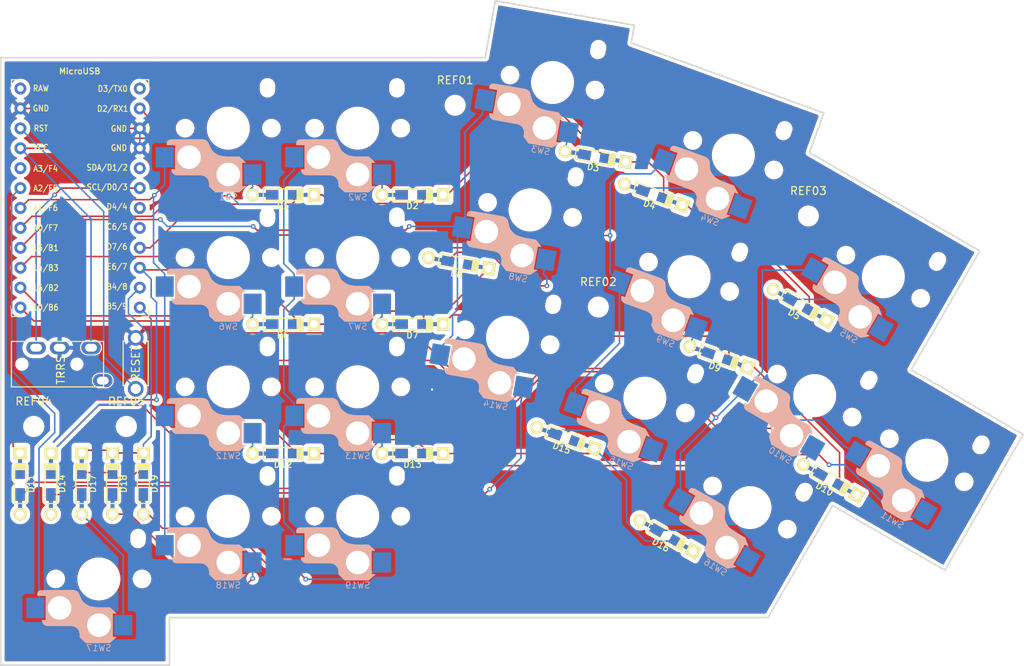
<source format=kicad_pcb>
(kicad_pcb (version 20241229) (generator "pcbnew") (generator_version "9.0")
  (layers (0 "F.Cu" signal) (2 "B.Cu" signal) (13 "F.Paste" user) (15 "B.Paste" user) (5 "F.SilkS" user "F.Silkscreen") (7 "B.SilkS" user "B.Silkscreen") (1 "F.Mask" user) (3 "B.Mask" user) (25 "Edge.Cuts" user))
  (net 0 "")
  (net 1 "col7")
  (net 2 "Net-(D11-A)")
  (net 3 "Net-(D1-A)")
  (net 4 "col2")
  (net 5 "col3")
  (net 6 "Net-(D2-A)")
  (net 7 "col4")
  (net 8 "Net-(D3-A)")
  (net 9 "Net-(D4-A)")
  (net 10 "col5")
  (net 11 "col6")
  (net 12 "Net-(D5-A)")
  (net 13 "Net-(D6-A)")
  (net 14 "Net-(D7-A)")
  (net 15 "Net-(D8-A)")
  (net 16 "Net-(D9-A)")
  (net 17 "Net-(D10-A)")
  (net 18 "Net-(D12-A)")
  (net 19 "Net-(D13-A)")
  (net 20 "Net-(D14-A)")
  (net 21 "Net-(D15-A)")
  (net 22 "Net-(D16-A)")
  (net 23 "Net-(D17-A)")
  (net 24 "col1")
  (net 25 "Net-(D18-A)")
  (net 26 "Net-(D19-A)")
  (net 27 "reset")
  (net 28 "GND")
  (net 29 "data")
  (net 30 "pwr")
  (net 31 "row3")
  (net 35 "row4")
  (net 37 "row1")
  (net 40 "row2")
  (footprint "footprint:keyswitch_choc12_hotswap_1u_rev" (layer "F.Cu") (at 121.7277 85.071)
    (property "Reference" "SW7")
    (property "Value" "SW_PUSH" (hide yes))
  )
  (footprint "footprint:keyswitch_choc12_hotswap_1u_rev" (layer "F.Cu") (at 140.829 95.2421 -10)
    (property "Reference" "SW14")
    (property "Value" "SW_PUSH" (hide yes))
  )
  (footprint "Keebio-Parts:Diode-dual" (layer "F.Cu") (at 112.2277 110.071)
    (property "Reference" "D12")
    (property "Value" "D" (hide yes))
  )
  (footprint "Keebio-Parts:Diode-dual" (layer "F.Cu") (at 112.2277 93.571)
    (property "Reference" "D6")
    (property "Value" "D" (hide yes))
  )
  (footprint "MountingHole:MountingHole_2.2mm_M2" (layer "F.Cu") (at 92.2277 106.621)
    (property "Reference" "REF05")
    (property "Value" "MountingHole_2.2mm_M2" (hide yes))
  )
  (footprint "footprint:keyswitch_choc12_hotswap_1u_rev" (layer "F.Cu") (at 121.7277 101.571)
    (property "Reference" "SW13")
    (property "Value" "SW_PUSH" (hide yes))
  )
  (footprint "footprint:keyswitch_choc12_hotswap_1u_rev" (layer "F.Cu") (at 146.5594 62.7435 -10)
    (property "Reference" "SW3")
    (property "Value" "SW_PUSH" (hide yes))
  )
  (footprint "footprint:ProMicro" (layer "F.Cu") (at 86.3363 77.989)
    (property "Reference" "U1" (hide yes))
    (property "Value" "ProMicro" (hide yes))
  )
  (footprint "footprint:keyswitch_choc12_hotswap_1u_rev" (layer "F.Cu") (at 121.7277 118.071)
    (property "Reference" "SW19")
    (property "Value" "SW_PUSH" (hide yes))
  )
  (footprint "footprint:keyswitch_choc12_hotswap_1u_rev" (layer "F.Cu") (at 88.7277 126.071)
    (property "Reference" "SW17")
    (property "Value" "SW_PUSH" (hide yes))
  )
  (footprint "footprint:keyswitch_choc12_hotswap_1u_rev" (layer "F.Cu") (at 171.7277 116.9685 -30)
    (property "Reference" "SW16")
    (property "Value" "SW_PUSH" (hide yes))
  )
  (footprint "MountingHole:MountingHole_2.2mm_M2" (layer "F.Cu") (at 80.4277 106.621)
    (property "Reference" "REF04")
    (property "Value" "MountingHole_2.2mm_M2" (hide yes))
  )
  (footprint "kbd:MJ-4PP-9" (layer "F.Cu") (at 77.4277 98.671 90)
    (property "Reference" "J1")
    (property "Value" "MJ-4PP-9" (hide yes))
  )
  (footprint "footprint:keyswitch_choc12_hotswap_1u_rev" (layer "F.Cu") (at 105.2277 68.571)
    (property "Reference" "SW1")
    (property "Value" "SW_PUSH" (hide yes))
  )
  (footprint "Keebio-Parts:Diode-dual" (layer "F.Cu") (at 152.0082 72.1924 -10)
    (property "Reference" "D3")
    (property "Value" "D" (hide yes))
  )
  (footprint "MountingHole:MountingHole_2.2mm_M2" (layer "F.Cu") (at 179.1691 79.7688)
    (property "Reference" "REF03")
    (property "Value" "MountingHole_2.2mm_M2" (hide yes))
  )
  (footprint "footprint:keyswitch_choc12_hotswap_1u_rev" (layer "F.Cu") (at 121.7277 68.571)
    (property "Reference" "SW2")
    (property "Value" "SW_PUSH" (hide yes))
  )
  (footprint "Keebio-Parts:Diode-dual" (layer "F.Cu") (at 82.6161 113.9 90)
    (property "Reference" "D14")
    (property "Value" "D" (hide yes))
  )
  (footprint "kbd:ResetSW" (layer "F.Cu") (at 93.4277 98.571 -90)
    (property "Reference" "SW20" (hide yes))
    (property "Value" "SW_PUSH")
  )
  (footprint "Keebio-Parts:Diode-dual" (layer "F.Cu") (at 159.4103 77.0336 -20)
    (property "Reference" "D4")
    (property "Value" "D" (hide yes))
  )
  (footprint "Keebio-Parts:Diode-dual" (layer "F.Cu") (at 90.472 113.9 90)
    (property "Reference" "D18")
    (property "Value" "D" (hide yes))
  )
  (footprint "Keebio-Parts:Diode-dual" (layer "F.Cu") (at 128.7277 93.571)
    (property "Reference" "D7")
    (property "Value" "D" (hide yes))
  )
  (footprint "footprint:keyswitch_choc12_hotswap_1u_rev" (layer "F.Cu") (at 105.2277 118.071)
    (property "Reference" "SW18")
    (property "Value" "SW_PUSH" (hide yes))
  )
  (footprint "Keebio-Parts:Diode-dual" (layer "F.Cu") (at 134.5852 85.7733 -10)
    (property "Reference" "D8")
    (property "Value" "D" (hide yes))
  )
  (footprint "footprint:keyswitch_choc12_hotswap_1u_rev" (layer "F.Cu") (at 163.9672 87.519 -20)
    (property "Reference" "SW9")
    (property "Value" "SW_PUSH" (hide yes))
  )
  (footprint "footprint:keyswitch_choc12_hotswap_1u_rev" (layer "F.Cu") (at 143.6942 78.9928 -10)
    (property "Reference" "SW8")
    (property "Value" "SW_PUSH" (hide yes))
  )
  (footprint "Keebio-Parts:Diode-dual" (layer "F.Cu") (at 94.4 113.9 90)
    (property "Reference" "D19")
    (property "Value" "D" (hide yes))
  )
  (footprint "Keebio-Parts:Diode-dual" (layer "F.Cu") (at 112.2277 77.071)
    (property "Reference" "D1")
    (property "Value" "D" (hide yes))
  )
  (footprint "footprint:keyswitch_choc12_hotswap_1u_rev" (layer "F.Cu") (at 194.2671 110.929 -30)
    (property "Reference" "SW11")
    (property "Value" "SW_PUSH" (hide yes))
  )
  (footprint "footprint:keyswitch_choc12_hotswap_1u_rev" (layer "F.Cu") (at 188.7277 87.5236 -30)
    (property "Reference" "SW5")
    (property "Value" "SW_PUSH" (hide yes))
  )
  (footprint "Keebio-Parts:Diode-dual" (layer "F.Cu") (at 167.7342 97.7286 -20)
    (property "Reference" "D9")
    (property "Value" "D" (hide yes))
  )
  (footprint "Keebio-Parts:Diode-dual" (layer "F.Cu") (at 161.0775 120.55 -30)
    (property "Reference" "D16")
    (property "Value" "D" (hide yes))
  )
  (footprint "Keebio-Parts:Diode-dual" (layer "F.Cu") (at 178.0775 91.1051 -30)
    (property "Reference" "D5")
    (property "Value" "D" (hide yes))
  )
  (footprint "Keebio-Parts:Diode-dual" (layer "F.Cu") (at 181.9349 113.424 -30)
    (property "Reference" "D10")
    (property "Value" "D" (hide yes))
  )
  (footprint "Keebio-Parts:Diode-dual" (layer "F.Cu") (at 78.6881 113.9 90)
    (property "Reference" "D11")
    (property "Value" "D" (hide yes))
  )
  (footprint "Keebio-Parts:Diode-dual" (layer "F.Cu") (at 128.7277 77.071)
    (property "Reference" "D2")
    (property "Value" "D" (hide yes))
  )
  (footprint "footprint:keyswitch_choc12_hotswap_1u_rev" (layer "F.Cu") (at 179.9777 102.679 -30)
    (property "Reference" "SW10")
    (property "Value" "SW_PUSH" (hide yes))
  )
  (footprint "MountingHole:MountingHole_2.2mm_M2" (layer "F.Cu") (at 152.3981 91.3806)
    (property "Reference" "REF02")
    (property "Value" "MountingHole_2.2mm_M2" (hide yes))
  )
  (footprint "Keebio-Parts:Diode-dual" (layer "F.Cu") (at 128.7277 110.071)
    (property "Reference" "D13")
    (property "Value" "D" (hide yes))
  )
  (footprint "footprint:keyswitch_choc12_hotswap_1u_rev" (layer "F.Cu") (at 169.6105 72.014 -20)
    (property "Reference" "SW4")
    (property "Value" "SW_PUSH" (hide yes))
  )
  (footprint "footprint:keyswitch_choc12_hotswap_1u_rev" (layer "F.Cu") (at 105.2277 85.071)
    (property "Reference" "SW6")
    (property "Value" "SW_PUSH" (hide yes))
  )
  (footprint "Keebio-Parts:Diode-dual" (layer "F.Cu") (at 86.544 113.9 90)
    (property "Reference" "D17")
    (property "Value" "D" (hide yes))
  )
  (footprint "footprint:keyswitch_choc12_hotswap_1u_rev" (layer "F.Cu") (at 158.3239 103.0239 -20)
    (property "Reference" "SW15")
    (property "Value" "SW_PUSH" (hide yes))
  )
  (footprint "footprint:keyswitch_choc12_hotswap_1u_rev" (layer "F.Cu") (at 105.2277 101.571)
    (property "Reference" "SW12")
    (property "Value" "SW_PUSH" (hide yes))
  )
  (footprint "Keebio-Parts:Diode-dual" (layer "F.Cu") (at 148.2176 108.0776 -20)
    (property "Reference" "D15")
    (property "Value" "D" (hide yes))
  )
  (footprint "MountingHole:MountingHole_2.2mm_M2" (layer "F.Cu") (at 134.1436 65.6472)
    (property "Reference" "REF01")
    (property "Value" "MountingHole_2.2mm_M2" (hide yes))
  )
  (gr_line (start 76.227723 59.570997) (end 76.227722 137.070997) (stroke (width 0.2)) (layer "Edge.Cuts"))
  (gr_line (start 179.305568 71.691406) (end 181.145957 66.634978) (stroke (width 0.2)) (layer "Edge.Cuts"))
  (gr_line (start 196.56137 124.955318) (end 206.56137 107.63481) (stroke (width 0.2)) (layer "Edge.Cuts"))
  (gr_line (start 174.021951 130.994737) (end 182.27195 116.705318) (stroke (width 0.2)) (layer "Edge.Cuts"))
  (gr_line (start 76.227722 137.070997) (end 97.727722 137.070997) (stroke (width 0.2)) (layer "Edge.Cuts"))
  (gr_line (start 137.979968 59.570997) (end 96.227722 59.570998) (stroke (width 0.2)) (layer "Edge.Cuts"))
  (gr_line (start 96.227722 59.570998) (end 76.227723 59.570997) (stroke (width 0.2)) (layer "Edge.Cuts"))
  (gr_line (start 192.271951 99.38481) (end 201.02195 84.229365) (stroke (width 0.2)) (layer "Edge.Cuts"))
  (gr_line (start 156.985515 55.443053) (end 139.258975 52.317386) (stroke (width 0.2)) (layer "Edge.Cuts"))
  (gr_line (start 206.56137 107.63481) (end 192.271951 99.38481) (stroke (width 0.2)) (layer "Edge.Cuts"))
  (gr_line (start 182.27195 116.705318) (end 196.56137 124.955318) (stroke (width 0.2)) (layer "Edge.Cuts"))
  (gr_line (start 156.588142 57.696665) (end 156.985515 55.443053) (stroke (width 0.2)) (layer "Edge.Cuts"))
  (gr_line (start 181.145957 66.634978) (end 156.588142 57.696665) (stroke (width 0.2)) (layer "Edge.Cuts"))
  (gr_line (start 201.02195 84.229365) (end 179.305568 71.691406) (stroke (width 0.2)) (layer "Edge.Cuts"))
  (gr_line (start 174.021951 130.994737) (end 97.727722 130.994744) (stroke (width 0.2)) (layer "Edge.Cuts"))
  (gr_line (start 139.258975 52.317386) (end 137.979968 59.570997) (stroke (width 0.2)) (layer "Edge.Cuts"))
  (gr_line (start 97.727722 137.070997) (end 97.727722 130.994744) (stroke (width 0.2)) (layer "Edge.Cuts"))
  (segment (start 160.3438 99.6303) (end 167.5699 106.8564) (width 0.2) (layer "F.Cu") (net 1))
  (segment (start 141.821 103.5511) (end 137.0687 103.5511) (width 0.2) (layer "F.Cu") (net 1))
  (segment (start 137.0687 103.5511) (end 131.7176 98.2) (width 0.2) (layer "F.Cu") (net 1))
  (segment (start 142.0564 103.3157) (end 142.2227 103.1494) (width 0.2) (layer "F.Cu") (net 1))
  (segment (start 145.7418 99.6303) (end 160.3438 99.6303) (width 0.2) (layer "F.Cu") (net 1))
  (segment (start 100.9609 93.1627) (end 80.4394 93.1627) (width 0.2) (layer "F.Cu") (net 1))
  (segment (start 80.4394 93.1627) (end 78.7277 91.451) (width 0.2) (layer "F.Cu") (net 1))
  (segment (start 167.5699 106.8564) (end 174.6533 106.8564) (width 0.2) (layer "F.Cu") (net 1))
  (segment (start 142.0564 103.3157) (end 142.2227 103.1494) (width 0.2) (layer "F.Cu") (net 1))
  (segment (start 142.0564 103.3157) (end 141.821 103.5511) (width 0.2) (layer "F.Cu") (net 1))
  (segment (start 142.2227 103.1494) (end 145.7418 99.6303) (width 0.2) (layer "F.Cu") (net 1))
  (segment (start 131.7176 98.2) (end 105.9982 98.2) (width 0.2) (layer "F.Cu") (net 1))
  (segment (start 105.9982 98.2) (end 100.9609 93.1627) (width 0.2) (layer "F.Cu") (net 1))
  (via (at 174.6533 106.8564) (size 0.6) (drill 0.3) (layers "F.Cu" "B.Cu") (net 1))
  (segment (start 185.4023 110.0833) (end 183.7734 109.1429) (width 0.2) (layer "B.Cu") (net 1))
  (segment (start 180.4305 105.8) (end 175.7097 105.8) (width 0.2) (layer "B.Cu") (net 1))
  (segment (start 183.7734 109.1429) (end 180.4305 105.8) (width 0.2) (layer "B.Cu") (net 1))
  (segment (start 175.7097 105.8) (end 174.6533 106.8564) (width 0.2) (layer "B.Cu") (net 1))
  (segment (start 101.0849 113.7434) (end 101.863501 114.522001) (width 0.2) (layer "F.Cu") (net 2))
  (segment (start 167.4423 111.6193) (end 131.3 111.6193) (width 0.2) (layer "F.Cu") (net 2))
  (segment (start 101.863501 114.522001) (end 128.397299 114.522001) (width 0.2) (layer "F.Cu") (net 2))
  (segment (start 168.8524 110.2092) (end 167.4423 111.6193) (width 0.2) (layer "F.Cu") (net 2))
  (segment (start 80.5566 113.7434) (end 79 115.3) (width 0.2) (layer "F.Cu") (net 2))
  (segment (start 78.6881 115.2119) (end 78.6881 115.3) (width 0.2) (layer "F.Cu") (net 2))
  (segment (start 128.397299 114.522001) (end 131.3 111.6193) (width 0.2) (layer "F.Cu") (net 2))
  (segment (start 101.0849 113.7434) (end 80.5566 113.7434) (width 0.2) (layer "F.Cu") (net 2))
  (segment (start 181.8 111.5) (end 180.5092 110.2092) (width 0.2) (layer "F.Cu") (net 2))
  (segment (start 180.5092 110.2092) (end 168.8524 110.2092) (width 0.2) (layer "F.Cu") (net 2))
  (segment (start 79 115.3) (end 78.6881 115.3) (width 0.2) (layer "F.Cu") (net 2))
  (via (at 181.8 111.5) (size 0.6) (drill 0.3) (layers "F.Cu" "B.Cu") (net 2))
  (segment (start 181.8 111.5) (end 183.8064 111.5) (width 0.2) (layer "B.Cu") (net 2))
  (segment (start 193.4685 118.1218) (end 194.0018 117.5885) (width 0.2) (layer "B.Cu") (net 2))
  (segment (start 183.8064 111.5) (end 190.4282 118.1218) (width 0.2) (layer "B.Cu") (net 2))
  (segment (start 190.4282 118.1218) (end 193.4685 118.1218) (width 0.2) (layer "B.Cu") (net 2))
  (segment (start 108.3277 77.071) (end 109.7277 77.071) (width 0.2) (layer "F.Cu") (net 3))
  (segment (start 110.8277 77.071) (end 109.7277 77.071) (width 0.2) (layer "F.Cu") (net 3))
  (segment (start 108.3277 77.071) (end 107.976 77.071) (width 0.2) (layer "B.Cu") (net 3))
  (segment (start 108.3277 74.471) (end 108.3277 76.0727) (width 0.2) (layer "B.Cu") (net 3))
  (segment (start 108.3277 76.0727) (end 107.976 76.4244) (width 0.2) (layer "B.Cu") (net 3))
  (segment (start 110.8277 77.071) (end 109.7277 77.071) (width 0.2) (layer "B.Cu") (net 3))
  (segment (start 109.7277 77.071) (end 108.3277 77.071) (width 0.2) (layer "B.Cu") (net 3))
  (segment (start 107.976 76.4244) (end 107.976 77.071) (width 0.2) (layer "B.Cu") (net 3))
  (segment (start 79.7914 77.6873) (end 95.2311 77.6873) (width 0.2) (layer "F.Cu") (net 4))
  (segment (start 95.2311 77.6873) (end 95.8022 77.1162) (width 0.2) (layer "F.Cu") (net 4))
  (segment (start 78.7277 78.751) (end 79.7914 77.6873) (width 0.2) (layer "F.Cu") (net 4))
  (via (at 95.8022 77.1162) (size 0.6) (drill 0.3) (layers "F.Cu" "B.Cu") (net 4))
  (segment (start 95.8022 77.1162) (end 95.7007 77.2177) (width 0.2) (layer "B.Cu") (net 4))
  (segment (start 97.1277 88.771) (end 97.1277 105.271) (width 0.2) (layer "B.Cu") (net 4))
  (segment (start 97.1277 88.771) (end 97.1277 87.1693) (width 0.2) (layer "B.Cu") (net 4))
  (segment (start 95.7007 77.2177) (end 95.7007 85.7423) (width 0.2) (layer "B.Cu") (net 4))
  (segment (start 97.1277 75.7907) (end 97.1277 72.271) (width 0.2) (layer "B.Cu") (net 4))
  (segment (start 95.8022 77.1162) (end 97.1277 75.7907) (width 0.2) (layer "B.Cu") (net 4))
  (segment (start 97.1277 105.271) (end 97.1277 121.771) (width 0.2) (layer "B.Cu") (net 4))
  (segment (start 95.7007 85.7423) (end 97.1277 87.1693) (width 0.2) (layer "B.Cu") (net 4))
  (segment (start 98.1124 77.1876) (end 95.4853 79.8147) (width 0.2) (layer "F.Cu") (net 5))
  (segment (start 105.3 77.1876) (end 98.1124 77.1876) (width 0.2) (layer "F.Cu") (net 5))
  (segment (start 95.4853 79.8147) (end 80.204 79.8147) (width 0.2) (layer "F.Cu") (net 5))
  (segment (start 80.204 79.8147) (end 78.7277 81.291) (width 0.2) (layer "F.Cu") (net 5))
  (via (at 105.3 77.1876) (size 0.6) (drill 0.3) (layers "F.Cu" "B.Cu") (net 5))
  (segment (start 105.4876 77.1876) (end 106.6 78.3) (width 0.2) (layer "B.Cu") (net 5))
  (segment (start 112.3 75.2004) (end 113.6277 73.8727) (width 0.2) (layer "B.Cu") (net 5))
  (segment (start 113.6277 105.271) (end 112.3 106.5987) (width 0.2) (layer "B.Cu") (net 5))
  (segment (start 113.6277 103.6693) (end 113.6277 105.271) (width 0.2) (layer "B.Cu") (net 5))
  (segment (start 112.3 85.8416) (end 113.6277 87.1693) (width 0.2) (layer "B.Cu") (net 5))
  (segment (start 112.3 106.5987) (end 112.3 118.8416) (width 0.2) (layer "B.Cu") (net 5))
  (segment (start 112.3 78.3) (end 112.3 85.8416) (width 0.2) (layer "B.Cu") (net 5))
  (segment (start 112.3 102.3416) (end 112.3 91.7004) (width 0.2) (layer "B.Cu") (net 5))
  (segment (start 112.3 91.7004) (end 113.6277 90.3727) (width 0.2) (layer "B.Cu") (net 5))
  (segment (start 106.6 78.3) (end 112.3 78.3) (width 0.2) (layer "B.Cu") (net 5))
  (segment (start 112.3 118.8416) (end 113.6277 120.1693) (width 0.2) (layer "B.Cu") (net 5))
  (segment (start 112.3 102.3416) (end 113.6277 103.6693) (width 0.2) (layer "B.Cu") (net 5))
  (segment (start 113.6277 90.3727) (end 113.6277 88.771) (width 0.2) (layer "B.Cu") (net 5))
  (segment (start 112.3 78.3) (end 112.3 75.2004) (width 0.2) (layer "B.Cu") (net 5))
  (segment (start 113.6277 73.8727) (end 113.6277 72.271) (width 0.2) (layer "B.Cu") (net 5))
  (segment (start 113.6277 120.1693) (end 113.6277 121.771) (width 0.2) (layer "B.Cu") (net 5))
  (segment (start 113.6277 87.1693) (end 113.6277 88.771) (width 0.2) (layer "B.Cu") (net 5))
  (segment (start 105.3 77.1876) (end 105.4876 77.1876) (width 0.2) (layer "B.Cu") (net 5))
  (segment (start 126.2277 77.071) (end 127.3277 77.071) (width 0.2) (layer "F.Cu") (net 6))
  (segment (start 124.8277 77.071) (end 126.2277 77.071) (width 0.2) (layer "F.Cu") (net 6))
  (segment (start 127.3277 77.071) (end 126.2277 77.071) (width 0.2) (layer "B.Cu") (net 6))
  (segment (start 126.2277 77.071) (end 124.8277 77.071) (width 0.2) (layer "B.Cu") (net 6))
  (segment (start 124.8277 74.471) (end 124.8277 77.071) (width 0.2) (layer "B.Cu") (net 6))
  (segment (start 127.8194 81.5806) (end 108.8806 81.5806) (width 0.2) (layer "F.Cu") (net 7))
  (segment (start 96.0285 80.2237) (end 96.0249 80.2273) (width 0.2) (layer "F.Cu") (net 7))
  (segment (start 108.8806 81.5806) (end 108.4 81.1) (width 0.2) (layer "F.Cu") (net 7))
  (segment (start 128.3 81.1) (end 127.8194 81.5806) (width 0.2) (layer "F.Cu") (net 7))
  (segment (start 96.5763 80.2237) (end 96.0285 80.2237) (width 0.2) (layer "F.Cu") (net 7))
  (segment (start 96.0249 80.2273) (end 82.3314 80.2273) (width 0.2) (layer "F.Cu") (net 7))
  (segment (start 82.3314 80.2273) (end 78.7277 83.831) (width 0.2) (layer "F.Cu") (net 7))
  (via (at 108.4 81.1) (size 0.6) (drill 0.3) (layers "F.Cu" "B.Cu") (net 7))
  (via (at 128.3 81.1) (size 0.6) (drill 0.3) (layers "F.Cu" "B.Cu") (net 7))
  (via (at 96.5763 80.2237) (size 0.6) (drill 0.3) (layers "F.Cu" "B.Cu") (net 7))
  (segment (start 97.4526 81.1) (end 96.5763 80.2237) (width 0.2) (layer "B.Cu") (net 7))
  (segment (start 135.3973 79.4005) (end 135.3973 69.0304) (width 0.2) (layer "B.Cu") (net 7))
  (segment (start 134.4377 91.761) (end 133.8201 92.3786) (width 0.2) (layer "B.Cu") (net 7))
  (segment (start 108.4 81.1) (end 97.4526 81.1) (width 0.2) (layer "B.Cu") (net 7))
  (segment (start 133.8201 92.3786) (end 133.8201 94.9799) (width 0.2) (layer "B.Cu") (net 7))
  (segment (start 134.4377 81.867097) (end 134.4377 91.761) (width 0.2) (layer "B.Cu") (net 7))
  (segment (start 134.944721 81.1) (end 135.074759 81.230038) (width 0.2) (layer "B.Cu") (net 7))
  (segment (start 132.209559 96.590441) (end 132.209559 97.479338) (width 0.2) (layer "B.Cu") (net 7))
  (segment (start 137.94 64.9807) (end 137.6175 66.8103) (width 0.2) (layer "B.Cu") (net 7))
  (segment (start 135.3973 80.907497) (end 135.3973 79.4005) (width 0.2) (layer "B.Cu") (net 7))
  (segment (start 135.3973 69.0304) (end 137.6174 66.8103) (width 0.2) (layer "B.Cu") (net 7))
  (segment (start 137.6174 66.8103) (end 137.6175 66.8103) (width 0.2) (layer "B.Cu") (net 7))
  (segment (start 128.3 81.1) (end 134.944721 81.1) (width 0.2) (layer "B.Cu") (net 7))
  (segment (start 133.8201 94.9799) (end 132.209559 96.590441) (width 0.2) (layer "B.Cu") (net 7))
  (segment (start 149.3031 71.5152) (end 149.5462 71.7583) (width 0.2) (layer "F.Cu") (net 8))
  (segment (start 150.6295 71.9493) (end 149.7372 71.9493) (width 0.2) (layer "F.Cu") (net 8))
  (segment (start 149.7372 71.9493) (end 149.5462 71.7583) (width 0.2) (layer "F.Cu") (net 8))
  (segment (start 148.1674 71.5152) (end 149.3031 71.5152) (width 0.2) (layer "F.Cu") (net 8))
  (segment (start 148.1674 71.5152) (end 148.1674 71.4372) (width 0.2) (layer "B.Cu") (net 8))
  (segment (start 148.1674 71.4372) (end 148.1674 71.0195) (width 0.2) (layer "B.Cu") (net 8))
  (segment (start 148.1674 71.0195) (end 148.2652 70.9217) (width 0.2) (layer "B.Cu") (net 8))
  (segment (start 147.7252 71.4372) (end 148.1674 71.4372) (width 0.2) (layer "B.Cu") (net 8))
  (segment (start 148.5878 69.0922) (end 148.2653 70.9217) (width 0.2) (layer "B.Cu") (net 8))
  (segment (start 149.5462 71.7583) (end 147.7252 71.4373) (width 0.2) (layer "B.Cu") (net 8))
  (segment (start 147.7252 71.4373) (end 147.7252 71.4372) (width 0.2) (layer "B.Cu") (net 8))
  (segment (start 148.2652 70.9217) (end 148.2653 70.9217) (width 0.2) (layer "B.Cu") (net 8))
  (segment (start 149.7372 71.9493) (end 149.5462 71.7583) (width 0.2) (layer "B.Cu") (net 8))
  (segment (start 150.6295 71.9493) (end 149.7372 71.9493) (width 0.2) (layer "B.Cu") (net 8))
  (segment (start 157.7184 76.1785) (end 158.0947 76.5548) (width 0.2) (layer "F.Cu") (net 9))
  (segment (start 157.0611 76.1785) (end 157.7184 76.1785) (width 0.2) (layer "F.Cu") (net 9))
  (segment (start 168.5 75.3) (end 170.505627 77.305627) (width 0.2) (layer "B.Cu") (net 9))
  (segment (start 170.505627 77.305627) (end 170.505627 78.618448) (width 0.2) (layer "B.Cu") (net 9))
  (segment (start 165 76.2) (end 165.9 75.3) (width 0.2) (layer "B.Cu") (net 9))
  (segment (start 165.9 75.3) (end 168.5 75.3) (width 0.2) (layer "B.Cu") (net 9))
  (segment (start 158.449501 76.2) (end 165 76.2) (width 0.2) (layer "B.Cu") (net 9))
  (segment (start 157.7184 76.1785) (end 157.0611 76.1785) (width 0.2) (layer "B.Cu") (net 9))
  (segment (start 158.0947 76.5548) (end 157.7184 76.1785) (width 0.2) (layer "B.Cu") (net 9))
  (segment (start 158.09473 76.554771) (end 158.449501 76.2) (width 0.2) (layer "B.Cu") (net 9))
  (segment (start 80.1565 84.9422) (end 78.7277 86.371) (width 0.2) (layer "F.Cu") (net 10))
  (segment (start 100.473 82.2) (end 97.7308 84.9422) (width 0.2) (layer "F.Cu") (net 10))
  (segment (start 139.1041 83.8268) (end 133.2024 83.8268) (width 0.2) (layer "F.Cu") (net 10))
  (segment (start 97.7308 84.9422) (end 80.1565 84.9422) (width 0.2) (layer "F.Cu") (net 10))
  (segment (start 140.6744 82.2565) (end 139.1041 83.8268) (width 0.2) (layer "F.Cu") (net 10))
  (segment (start 131.5756 82.2) (end 100.473 82.2) (width 0.2) (layer "F.Cu") (net 10))
  (segment (start 133.2024 83.8268) (end 131.5756 82.2) (width 0.2) (layer "F.Cu") (net 10))
  (segment (start 153.9 82.2565) (end 140.6744 82.2565) (width 0.2) (layer "F.Cu") (net 10))
  (via (at 153.9 82.2565) (size 0.6) (drill 0.3) (layers "F.Cu" "B.Cu") (net 10))
  (segment (start 153.9 82.2565) (end 153.9 87.035286) (width 0.2) (layer "B.Cu") (net 10))
  (segment (start 153.9 75.6) (end 153.9 82.2565) (width 0.2) (layer "B.Cu") (net 10))
  (segment (start 153.9 75.6) (end 155.1 74.4) (width 0.2) (layer "B.Cu") (net 10))
  (segment (start 153.9 87.035286) (end 155.090215 88.225501) (width 0.2) (layer "B.Cu") (net 10))
  (segment (start 159.1 74.4) (end 160.7335 72.7665) (width 0.2) (layer "B.Cu") (net 10))
  (segment (start 160.7335 72.7665) (end 160.7335 72.7205) (width 0.2) (layer "B.Cu") (net 10))
  (segment (start 155.1 74.4) (end 159.1 74.4) (width 0.2) (layer "B.Cu") (net 10))
  (segment (start 149.446915 101.653085) (end 149.446915 103.730401) (width 0.2) (layer "B.Cu") (net 10))
  (segment (start 155.090215 96.009785) (end 149.446915 101.653085) (width 0.2) (layer "B.Cu") (net 10))
  (segment (start 155.090215 88.225501) (end 155.090215 96.009785) (width 0.2) (layer "B.Cu") (net 10))
  (segment (start 101.1516 92.5147) (end 82.3314 92.5147) (width 0.2) (layer "F.Cu") (net 11))
  (segment (start 128.9708 94.6852) (end 103.3221 94.6852) (width 0.2) (layer "F.Cu") (net 11))
  (segment (start 141.4545 103.1494) (end 137.435 103.1494) (width 0.2) (layer "F.Cu") (net 11))
  (segment (start 103.3221 94.6852) (end 101.1516 92.5147) (width 0.2) (layer "F.Cu") (net 11))
  (segment (start 161.1286 99.2286) (end 145.3753 99.2286) (width 0.2) (layer "F.Cu") (net 11))
  (segment (start 82.3314 92.5147) (end 78.7277 88.911) (width 0.2) (layer "F.Cu") (net 11))
  (segment (start 145.3753 99.2286) (end 141.4545 103.1494) (width 0.2) (layer "F.Cu") (net 11))
  (segment (start 167.4 105.5) (end 161.1286 99.2286) (width 0.2) (layer "F.Cu") (net 11))
  (segment (start 137.435 103.1494) (end 128.9708 94.6852) (width 0.2) (layer "F.Cu") (net 11))
  (via (at 167.4 105.5) (size 0.6) (drill 0.3) (layers "F.Cu" "B.Cu") (net 11))
  (segment (start 167.4 105.5) (end 171.066705 101.833295) (width 0.2) (layer "B.Cu") (net 11))
  (segment (start 167.4 105.5) (end 162.862894 110.037106) (width 0.2) (layer "B.Cu") (net 11))
  (segment (start 179.862894 86.677895) (end 173.322105 86.677895) (width 0.2) (layer "B.Cu") (net 11))
  (segment (start 162.862894 110.037106) (end 162.862894 116.122795) (width 0.2) (layer "B.Cu") (net 11))
  (segment (start 171.066705 101.833295) (end 171.112894 101.833295) (width 0.2) (layer "B.Cu") (net 11))
  (segment (start 173.322105 86.677895) (end 173.3 86.7) (width 0.2) (layer "B.Cu") (net 11))
  (segment (start 173.3 99.646189) (end 171.112894 101.833295) (width 0.2) (layer "B.Cu") (net 11))
  (segment (start 173.3 86.7) (end 173.3 99.646189) (width 0.2) (layer "B.Cu") (net 11))
  (segment (start 175.2124 89.1551) (end 175.9124 89.8551) (width 0.2) (layer "F.Cu") (net 12))
  (segment (start 176.8651 90.4051) (end 176.4624 90.4051) (width 0.2) (layer "F.Cu") (net 12))
  (segment (start 174.7 89.1551) (end 175.2124 89.1551) (width 0.2) (layer "F.Cu") (net 12))
  (segment (start 176.4624 90.4051) (end 175.9124 89.8551) (width 0.2) (layer "F.Cu") (net 12))
  (segment (start 186.9051 90.4051) (end 188.46238 91.96238) (width 0.2) (layer "B.Cu") (net 12))
  (segment (start 175.9124 89.8551) (end 176.3151 89.8551) (width 0.2) (layer "B.Cu") (net 12))
  (segment (start 176.865064 90.4051) (end 186.9051 90.4051) (width 0.2) (layer "B.Cu") (net 12))
  (segment (start 188.46238 91.96238) (end 188.46238 94.18315) (width 0.2) (layer "B.Cu") (net 12))
  (segment (start 188.4624 94.1831) (end 187.9475 94.698) (width 0.2) (layer "B.Cu") (net 12))
  (segment (start 175.2124 89.1551) (end 175.9124 89.8551) (width 0.2) (layer "B.Cu") (net 12))
  (segment (start 176.3151 89.8551) (end 176.8651 90.4051) (width 0.2) (layer "B.Cu") (net 12))
  (segment (start 174.7 89.1551) (end 175.2124 89.1551) (width 0.2) (layer "B.Cu") (net 12))
  (segment (start 108.3277 93.571) (end 109.7277 93.571) (width 0.2) (layer "F.Cu") (net 13))
  (segment (start 110.8277 93.571) (end 109.7277 93.571) (width 0.2) (layer "F.Cu") (net 13))
  (segment (start 108.3277 90.971) (end 108.3277 92.5727) (width 0.2) (layer "B.Cu") (net 13))
  (segment (start 109.7277 93.571) (end 108.3277 93.571) (width 0.2) (layer "B.Cu") (net 13))
  (segment (start 108.3277 93.571) (end 107.976 93.571) (width 0.2) (layer "B.Cu") (net 13))
  (segment (start 108.3277 92.5727) (end 107.976 92.9244) (width 0.2) (layer "B.Cu") (net 13))
  (segment (start 109.7277 93.571) (end 110.8277 93.571) (width 0.2) (layer "B.Cu") (net 13))
  (segment (start 107.976 92.9244) (end 107.976 93.571) (width 0.2) (layer "B.Cu") (net 13))
  (segment (start 124.8277 93.571) (end 126.2277 93.571) (width 0.2) (layer "F.Cu") (net 14))
  (segment (start 126.2277 93.571) (end 127.3277 93.571) (width 0.2) (layer "F.Cu") (net 14))
  (segment (start 126.2277 93.571) (end 124.8277 93.571) (width 0.2) (layer "B.Cu") (net 14))
  (segment (start 124.8277 92.5727) (end 124.476 92.9244) (width 0.2) (layer "B.Cu") (net 14))
  (segment (start 124.476 92.9244) (end 124.476 93.571) (width 0.2) (layer "B.Cu") (net 14))
  (segment (start 124.8277 93.571) (end 124.476 93.571) (width 0.2) (layer "B.Cu") (net 14))
  (segment (start 127.3277 93.571) (end 126.2277 93.571) (width 0.2) (layer "B.Cu") (net 14))
  (segment (start 124.8277 90.971) (end 124.8277 92.5727) (width 0.2) (layer "B.Cu") (net 14))
  (segment (start 132.3142 85.5302) (end 132.1232 85.3392) (width 0.2) (layer "F.Cu") (net 15))
  (segment (start 133.2065 85.5302) (end 132.3142 85.5302) (width 0.2) (layer "F.Cu") (net 15))
  (segment (start 132.1232 85.3392) (end 130.9875 85.3392) (width 0.2) (layer "F.Cu") (net 15))
  (segment (start 134.33666 84.4) (end 138.4409 84.4) (width 0.2) (layer "F.Cu") (net 15))
  (segment (start 133.206469 85.530191) (end 134.33666 84.4) (width 0.2) (layer "F.Cu") (net 15))
  (segment (start 130.9875 85.3392) (end 130.7444 85.0961) (width 0.2) (layer "F.Cu") (net 15))
  (segment (start 142.7255 88.6846) (end 145.8452 88.6846) (width 0.2) (layer "F.Cu") (net 15))
  (segment (start 138.4409 84.4) (end 142.7255 88.6846) (width 0.2) (layer "F.Cu") (net 15))
  (via (at 145.8452 88.6846) (size 0.6) (drill 0.3) (layers "F.Cu" "B.Cu") (net 15))
  (segment (start 145.8452 87.6161) (end 145.4001 87.171) (width 0.2) (layer "B.Cu") (net 15))
  (segment (start 132.1232 85.3392) (end 133.0155 85.3392) (width 0.2) (layer "B.Cu") (net 15))
  (segment (start 145.7226 85.3415) (end 145.4001 87.171) (width 0.2) (layer "B.Cu") (net 15))
  (segment (start 145.8452 88.6846) (end 145.8452 87.6161) (width 0.2) (layer "B.Cu") (net 15))
  (segment (start 133.0155 85.3392) (end 133.2065 85.5302) (width 0.2) (layer "B.Cu") (net 15))
  (segment (start 166.4186 97.2498) (end 166.0423 96.8735) (width 0.2) (layer "F.Cu") (net 16))
  (segment (start 165.385 96.8735) (end 164.5482 96.8735) (width 0.2) (layer "F.Cu") (net 16))
  (segment (start 166.0423 96.8735) (end 165.385 96.8735) (width 0.2) (layer "F.Cu") (net 16))
  (segment (start 164.5482 96.8735) (end 164.0694 96.3947) (width 0.2) (layer "F.Cu") (net 16))
  (segment (start 166.4186 97.2498) (end 165.7613 97.2498) (width 0.2) (layer "B.Cu") (net 16))
  (segment (start 163.5501 96.2056) (end 163.6305 96.1252) (width 0.2) (layer "B.Cu") (net 16))
  (segment (start 164.1338 96.3303) (end 164.1338 96.1252) (width 0.2) (layer "B.Cu") (net 16))
  (segment (start 165.7613 97.2498) (end 165.385 96.8735) (width 0.2) (layer "B.Cu") (net 16))
  (segment (start 163.5501 96.2057) (end 163.5501 96.2056) (width 0.2) (layer "B.Cu") (net 16))
  (segment (start 164.8623 94.1234) (end 164.1338 96.1252) (width 0.2) (layer "B.Cu") (net 16))
  (segment (start 165.385 96.8735) (end 163.5501 96.2057) (width 0.2) (layer "B.Cu") (net 16))
  (segment (start 163.6305 96.1252) (end 164.1338 96.1252) (width 0.2) (layer "B.Cu") (net 16))
  (segment (start 164.0694 96.3947) (end 164.1338 96.3303) (width 0.2) (layer "B.Cu") (net 16))
  (segment (start 179.7124 109.3385) (end 178.7169 111.0626) (width 0.2) (layer "B.Cu") (net 17))
  (segment (start 178.8136 111.2178) (end 179.7698 112.174) (width 0.2) (layer "B.Cu") (net 17))
  (segment (start 180.7225 112.724) (end 180.3198 112.724) (width 0.2) (layer "B.Cu") (net 17))
  (segment (start 178.8136 111.1593) (end 178.7169 111.0626) (width 0.2) (layer "B.Cu") (net 17))
  (segment (start 180.3198 112.724) (end 179.7698 112.174) (width 0.2) (layer "B.Cu") (net 17))
  (segment (start 178.8136 111.2178) (end 178.8136 111.1593) (width 0.2) (layer "B.Cu") (net 17))
  (segment (start 178.5574 111.474) (end 178.8136 111.2178) (width 0.2) (layer "B.Cu") (net 17))
  (segment (start 108.3277 110.071) (end 109.7277 110.071) (width 0.2) (layer "F.Cu") (net 18))
  (segment (start 110.8277 110.071) (end 109.7277 110.071) (width 0.2) (layer "F.Cu") (net 18))
  (segment (start 109.7277 110.071) (end 108.3277 110.071) (width 0.2) (layer "B.Cu") (net 18))
  (segment (start 108.3277 110.071) (end 107.976 110.071) (width 0.2) (layer "B.Cu") (net 18))
  (segment (start 108.3277 107.471) (end 108.3277 109.0727) (width 0.2) (layer "B.Cu") (net 18))
  (segment (start 109.7277 110.071) (end 110.8277 110.071) (width 0.2) (layer "B.Cu") (net 18))
  (segment (start 107.976 109.4244) (end 107.976 110.071) (width 0.2) (layer "B.Cu") (net 18))
  (segment (start 108.3277 109.0727) (end 107.976 109.4244) (width 0.2) (layer "B.Cu") (net 18))
  (segment (start 124.8277 110.071) (end 126.2277 110.071) (width 0.2) (layer "F.Cu") (net 19))
  (segment (start 127.3277 110.071) (end 126.2277 110.071) (width 0.2) (layer "F.Cu") (net 19))
  (segment (start 126.2277 110.071) (end 124.8277 110.071) (width 0.2) (layer "B.Cu") (net 19))
  (segment (start 124.476 109.4244) (end 124.476 110.071) (width 0.2) (layer "B.Cu") (net 19))
  (segment (start 127.3277 110.071) (end 126.2277 110.071) (width 0.2) (layer "B.Cu") (net 19))
  (segment (start 124.8277 109.0727) (end 124.476 109.4244) (width 0.2) (layer "B.Cu") (net 19))
  (segment (start 124.8277 107.471) (end 124.8277 109.0727) (width 0.2) (layer "B.Cu") (net 19))
  (segment (start 124.8277 110.071) (end 124.476 110.071) (width 0.2) (layer "B.Cu") (net 19))
  (segment (start 84.6891 115.3) (end 82.6161 115.3) (width 0.2) (layer "F.Cu") (net 20))
  (segment (start 138.5522 114.6229) (end 138.0751 115.1) (width 0.2) (layer "F.Cu") (net 20))
  (segment (start 101.1 115.1) (end 100.1951 114.1951) (width 0.2) (layer "F.Cu") (net 20))
  (segment (start 82.6161 115.3) (end 82.6161 116.4) (width 0.2) (layer "F.Cu") (net 20))
  (segment (start 82.6161 117.8) (end 82.6161 116.4) (width 0.2) (layer "F.Cu") (net 20))
  (segment (start 138.0751 115.1) (end 101.1 115.1) (width 0.2) (layer "F.Cu") (net 20))
  (segment (start 100.1951 114.1951) (end 85.794 114.1951) (width 0.2) (layer "F.Cu") (net 20))
  (segment (start 85.794 114.1951) (end 84.6891 115.3) (width 0.2) (layer "F.Cu") (net 20))
  (via (at 138.5522 114.6229) (size 0.6) (drill 0.3) (layers "F.Cu" "B.Cu") (net 20))
  (segment (start 82.6161 116.4) (end 82.6161 115.3) (width 0.2) (layer "B.Cu") (net 20))
  (segment (start 142.5349 103.4203) (end 142.5349 110.6402) (width 0.2) (layer "B.Cu") (net 20))
  (segment (start 82.6161 117.8) (end 82.6161 116.4) (width 0.2) (layer "B.Cu") (net 20))
  (segment (start 142.5349 110.6402) (end 138.5522 114.6229) (width 0.2) (layer "B.Cu") (net 20))
  (segment (start 142.8574 101.5908) (end 142.5349 103.4203) (width 0.2) (layer "B.Cu") (net 20))
  (segment (start 146.5257 107.2225) (end 146.902 107.5988) (width 0.2) (layer "F.Cu") (net 21))
  (segment (start 145.8684 107.2225) (end 146.5257 107.2225) (width 0.2) (layer "F.Cu") (net 21))
  (segment (start 159.219027 108.219027) (end 159.219027 109.628348) (width 0.2) (layer "B.Cu") (net 21))
  (segment (start 146.90203 107.598771) (end 147.400801 107.1) (width 0.2) (layer "B.Cu") (net 21))
  (segment (start 145.8684 107.2225) (end 146.5257 107.2225) (width 0.2) (layer "B.Cu") (net 21))
  (segment (start 153.4 107.1) (end 154.2 106.3) (width 0.2) (layer "B.Cu") (net 21))
  (segment (start 147.400801 107.1) (end 153.4 107.1) (width 0.2) (layer "B.Cu") (net 21))
  (segment (start 154.2 106.3) (end 157.3 106.3) (width 0.2) (layer "B.Cu") (net 21))
  (segment (start 146.5257 107.2225) (end 146.902 107.5988) (width 0.2) (layer "B.Cu") (net 21))
  (segment (start 157.3 106.3) (end 159.219027 108.219027) (width 0.2) (layer "B.Cu") (net 21))
  (segment (start 159.8651 119.85) (end 159.4624 119.85) (width 0.2) (layer "F.Cu") (net 22))
  (segment (start 159.4624 119.85) (end 158.9124 119.3) (width 0.2) (layer "F.Cu") (net 22))
  (segment (start 158.9124 119.3) (end 159.3151 119.3) (width 0.2) (layer "B.Cu") (net 22))
  (segment (start 171.46238 121.66238) (end 171.46238 123.62805) (width 0.2) (layer "B.Cu") (net 22))
  (segment (start 171.4624 123.628) (end 170.9576 124.1328) (width 0.2) (layer "B.Cu") (net 22))
  (segment (start 169.65 119.85) (end 171.46238 121.66238) (width 0.2) (layer "B.Cu") (net 22))
  (segment (start 159.865064 119.85) (end 169.65 119.85) (width 0.2) (layer "B.Cu") (net 22))
  (segment (start 157.7 118.6) (end 158.2124 118.6) (width 0.2) (layer "B.Cu") (net 22))
  (segment (start 159.3151 119.3) (end 159.8651 119.85) (width 0.2) (layer "B.Cu") (net 22))
  (segment (start 86.544 115.3) (end 86.544 116.4) (width 0.2) (layer "F.Cu") (net 23))
  (segment (start 86.544 117.8) (end 86.544 116.4) (width 0.2) (layer "F.Cu") (net 23))
  (segment (start 91.8277 123.0837) (end 86.544 117.8) (width 0.2) (layer "B.Cu") (net 23))
  (segment (start 91.8277 131.971) (end 91.8277 123.0837) (width 0.2) (layer "B.Cu") (net 23))
  (segment (start 86.544 117.8) (end 86.544 116.4) (width 0.2) (layer "B.Cu") (net 23))
  (segment (start 86.544 115.3) (end 86.544 116.4) (width 0.2) (layer "B.Cu") (net 23))
  (segment (start 81.1 109.4) (end 81.1 129.2987) (width 0.2) (layer "B.Cu") (net 24))
  (segment (start 81.1 129.2987) (end 80.6277 129.771) (width 0.2) (layer "B.Cu") (net 24))
  (segment (start 78.7277 76.211) (end 77.6117 77.327) (width 0.2) (layer "B.Cu") (net 24))
  (segment (start 83.1 107.4) (end 81.1 109.4) (width 0.2) (layer "B.Cu") (net 24))
  (segment (start 83.1 104.9501) (end 83.1 107.4) (width 0.2) (layer "B.Cu") (net 24))
  (segment (start 77.6117 77.327) (end 77.6117 99.4618) (width 0.2) (layer "B.Cu") (net 24))
  (segment (start 77.6117 99.4618) (end 83.1 104.9501) (width 0.2) (layer "B.Cu") (net 24))
  (segment (start 94.224101 119.320001) (end 92.7041 117.8) (width 0.2) (layer "F.Cu") (net 25))
  (segment (start 94.287305 119.320001) (end 94.224101 119.320001) (width 0.2) (layer "F.Cu") (net 25))
  (segment (start 101.8553 126.9512) (end 95.078702 120.174602) (width 0.2) (layer "F.Cu") (net 25))
  (segment (start 90.472 115.3) (end 90.472 116.4) (width 0.2) (layer "F.Cu") (net 25))
  (segment (start 90.472 117.8) (end 90.472 116.4) (width 0.2) (layer "F.Cu") (net 25))
  (segment (start 107.3905 126.9512) (end 101.8553 126.9512) (width 0.2) (layer "F.Cu") (net 25))
  (segment (start 92.7041 117.8) (end 90.472 117.8) (width 0.2) (layer "F.Cu") (net 25))
  (segment (start 108.3277 126.014) (end 107.3905 126.9512) (width 0.2) (layer "F.Cu") (net 25))
  (segment (start 95.078702 120.174602) (end 95.078702 120.111398) (width 0.2) (layer "F.Cu") (net 25))
  (segment (start 95.078702 120.111398) (end 94.287305 119.320001) (width 0.2) (layer "F.Cu") (net 25))
  (via (at 108.3277 126.014) (size 0.6) (drill 0.3) (layers "F.Cu" "B.Cu") (net 25))
  (segment (start 108.3277 126.014) (end 108.3277 123.971) (width 0.2) (layer "B.Cu") (net 25))
  (segment (start 90.472 115.3) (end 90.472 116.4) (width 0.2) (layer "B.Cu") (net 25))
  (segment (start 90.472 117.8) (end 90.472 116.4) (width 0.2) (layer "B.Cu") (net 25))
  (segment (start 94.4 117.8) (end 94.4 116.4) (width 0.2) (layer "F.Cu") (net 26))
  (segment (start 94.4 117.8) (end 94.25 117.65) (width 0.2) (layer "F.Cu") (net 26))
  (segment (start 103.9624 121.6625) (end 101.9207 119.6208) (width 0.2) (layer "F.Cu") (net 26))
  (segment (start 110.0569 124.0868) (end 107.6326 121.6625) (width 0.2) (layer "F.Cu") (net 26))
  (segment (start 107.6326 121.6625) (end 103.9624 121.6625) (width 0.2) (layer "F.Cu") (net 26))
  (segment (start 94.0146 116) (end 93.9584 116) (width 0.2) (layer "F.Cu") (net 26))
  (segment (start 93.9584 116) (end 93.9 115.9416) (width 0.2) (layer "F.Cu") (net 26))
  (segment (start 113.0868 124.0868) (end 110.0569 124.0868) (width 0.2) (layer "F.Cu") (net 26))
  (segment (start 94.4 117.157) (end 94.4 115.3) (width 0.2) (layer "F.Cu") (net 26))
  (segment (start 94.4 115.3) (end 94.4 116.4) (width 0.2) (layer "F.Cu") (net 26))
  (segment (start 94.25 117.65) (end 94.25 116.2354) (width 0.2) (layer "F.Cu") (net 26))
  (segment (start 93.9 115.9416) (end 93.9 115.8587) (width 0.2) (layer "F.Cu") (net 26))
  (segment (start 94.25 116.2354) (end 94.0146 116) (width 0.2) (layer "F.Cu") (net 26))
  (segment (start 115.1 126.1) (end 113.0868 124.0868) (width 0.2) (layer "F.Cu") (net 26))
  (segment (start 96.8638 119.6208) (end 94.4 117.157) (width 0.2) (layer "F.Cu") (net 26))
  (segment (start 101.9207 119.6208) (end 96.8638 119.6208) (width 0.2) (layer "F.Cu") (net 26))
  (via (at 115.1 126.1) (size 0.6) (drill 0.3) (layers "F.Cu" "B.Cu") (net 26))
  (segment (start 120.9109 126.0795) (end 122.7192 126.0795) (width 0.2) (layer "B.Cu") (net 26))
  (segment (start 120.8904 126.1) (end 120.9109 126.0795) (width 0.2) (layer "B.Cu") (net 26))
  (segment (start 122.7192 126.0795) (end 124.8277 123.971) (width 0.2) (layer "B.Cu") (net 26))
  (segment (start 94.4 117.8) (end 94.4 116.4) (width 0.2) (layer "B.Cu") (net 26))
  (segment (start 94.4 115.3) (end 94.4 116.4) (width 0.2) (layer "B.Cu") (net 26))
  (segment (start 115.1 126.1) (end 120.8904 126.1) (width 0.2) (layer "B.Cu") (net 26))
  (segment (start 93.4277 101.821) (end 89.3416 97.7349) (width 0.2) (layer "B.Cu") (net 27))
  (segment (start 89.3416 79.2049) (end 78.7277 68.591) (width 0.2) (layer "B.Cu") (net 27))
  (segment (start 89.3416 97.7349) (end 89.3416 79.2049) (width 0.2) (layer "B.Cu") (net 27))
  (segment (start 88.091 68.591) (end 85.551 66.051) (width 0.2) (layer "F.Cu") (net 28))
  (segment (start 83.7277 96.571) (end 83.7277 94.5) (width 0.2) (layer "F.Cu") (net 28))
  (segment (start 85.551 66.051) (end 78.7277 66.051) (width 0.2) (layer "F.Cu") (net 28))
  (segment (start 92.6067 94.5) (end 93.4277 95.321) (width 0.2) (layer "F.Cu") (net 28))
  (segment (start 83.7277 94.5) (end 92.6067 94.5) (width 0.2) (layer "F.Cu") (net 28))
  (segment (start 93.9477 68.591) (end 88.091 68.591) (width 0.2) (layer "F.Cu") (net 28))
  (via (at 131.2 101.9) (size 0.6) (drill 0.3) (layers "F.Cu" "B.Cu") (net 28))
  (via (at 83.8 99.8) (size 0.6) (drill 0.3) (layers "F.Cu" "B.Cu") (net 28))
  (segment (start 92 93.893301) (end 93.427698 95.320999) (width 0.2) (layer "B.Cu") (net 28))
  (segment (start 92 73.0787) (end 92 93.893301) (width 0.2) (layer "B.Cu") (net 28))
  (segment (start 93.9477 71.131) (end 92 73.0787) (width 0.2) (layer "B.Cu") (net 28))
  (segment (start 93.9477 71.131) (end 93.9477 68.591) (width 0.2) (layer "B.Cu") (net 28))
  (segment (start 83.9528 76.211) (end 93.9477 76.211) (width 0.2) (layer "F.Cu") (net 29))
  (segment (start 83.0819 77.0819) (end 83.9528 76.211) (width 0.2) (layer "F.Cu") (net 29))
  (via (at 83.0819 77.0819) (size 0.6) (drill 0.3) (layers "F.Cu" "B.Cu") (net 29))
  (segment (start 83.0819 77.0819) (end 80.7277 79.4361) (width 0.2) (layer "B.Cu") (net 29))
  (segment (start 80.7277 79.4361) (end 80.7277 96.571) (width 0.2) (layer "B.Cu") (net 29))
  (segment (start 93.9477 66.051) (end 96.29835 68.40165) (width 0.2) (layer "F.Cu") (net 30))
  (segment (start 94.839 69.861) (end 88.039 69.861) (width 0.2) (layer "F.Cu") (net 30))
  (segment (start 88.039 69.861) (end 86.769 71.131) (width 0.2) (layer "F.Cu") (net 30))
  (segment (start 96.29835 68.40165) (end 94.839 69.861) (width 0.2) (layer "F.Cu") (net 30))
  (segment (start 86.769 71.131) (end 78.7277 71.131) (width 0.2) (layer "F.Cu") (net 30))
  (segment (start 87.7277 96.571) (end 87.7277 80.131) (width 0.2) (layer "B.Cu") (net 30))
  (segment (start 87.7277 80.131) (end 78.7277 71.131) (width 0.2) (layer "B.Cu") (net 30))
  (segment (start 82.6161 111.4) (end 82.6161 110) (width 0.2) (layer "F.Cu") (net 31))
  (segment (start 113.6277 110.071) (end 114.7277 110.071) (width 0.2) (layer "F.Cu") (net 31))
  (segment (start 132.6277 110.071) (end 131.2277 110.071) (width 0.2) (layer "F.Cu") (net 31))
  (segment (start 164.455 122.5) (end 163.2453 121.8015) (width 0.2) (layer "F.Cu") (net 31))
  (segment (start 82.6161 110) (end 88.7161 103.9) (width 0.2) (layer "F.Cu") (net 31))
  (segment (start 82.6161 111.4) (end 82.6161 112.5) (width 0.2) (layer "F.Cu") (net 31))
  (segment (start 131.2277 110.071) (end 130.1277 110.071) (width 0.2) (layer "F.Cu") (net 31))
  (segment (start 101.6 108.1) (end 104.4 105.3) (width 0.2) (layer "F.Cu") (net 31))
  (segment (start 163.2442 121.8016) (end 163.2426 121.8) (width 0.2) (layer "F.Cu") (net 31))
  (segment (start 163.2453 121.8015) (end 163.2452 121.8016) (width 0.2) (layer "F.Cu") (net 31))
  (segment (start 116.1277 110.071) (end 122.829 110.071) (width 0.2) (layer "F.Cu") (net 31))
  (segment (start 131.2277 110.071) (end 151.222879 110.071) (width 0.2) (layer "F.Cu") (net 31))
  (segment (start 129.091147 108.3) (end 130.1277 109.336553) (width 0.2) (layer "F.Cu") (net 31))
  (segment (start 130.1277 109.336553) (end 130.1277 110.071) (width 0.2) (layer "F.Cu") (net 31))
  (segment (start 151.222879 110.071) (end 151.882401 109.411478) (width 0.2) (layer "F.Cu") (net 31))
  (segment (start 162.6926 121.25) (end 163.2426 121.8) (width 0.2) (layer "F.Cu") (net 31))
  (segment (start 104.4 105.3) (end 109.2 105.3) (width 0.2) (layer "F.Cu") (net 31))
  (segment (start 122.829 110.071) (end 124.6 108.3) (width 0.2) (layer "F.Cu") (net 31))
  (segment (start 88.7161 103.9) (end 94.2 103.9) (width 0.2) (layer "F.Cu") (net 31))
  (segment (start 113.6277 109.7277) (end 113.6277 110.071) (width 0.2) (layer "F.Cu") (net 31))
  (segment (start 116.1277 110.071) (end 114.7277 110.071) (width 0.2) (layer "F.Cu") (net 31))
  (segment (start 149.5332 108.5564) (end 150.1905 108.5564) (width 0.2) (layer "F.Cu") (net 31))
  (segment (start 94.2 103.9) (end 98.4 108.1) (width 0.2) (layer "F.Cu") (net 31))
  (segment (start 162.2899 121.25) (end 162.6926 121.25) (width 0.2) (layer "F.Cu") (net 31))
  (segment (start 109.2 105.3) (end 113.6277 109.7277) (width 0.2) (layer "F.Cu") (net 31))
  (segment (start 150.1905 108.5564) (end 150.5668 108.9327) (width 0.2) (layer "F.Cu") (net 31))
  (segment (start 124.6 108.3) (end 129.091147 108.3) (width 0.2) (layer "F.Cu") (net 31))
  (segment (start 163.2452 121.8016) (end 163.2442 121.8016) (width 0.2) (layer "F.Cu") (net 31))
  (segment (start 98.4 108.1) (end 101.6 108.1) (width 0.2) (layer "F.Cu") (net 31))
  (segment (start 93.9477 88.911) (end 92.5 90.3587) (width 0.2) (layer "B.Cu") (net 31))
  (segment (start 131.2277 110.071) (end 130.1277 110.071) (width 0.2) (layer "B.Cu") (net 31))
  (segment (start 116.1277 110.071) (end 114.7277 110.071) (width 0.2) (layer "B.Cu") (net 31))
  (segment (start 92.5 92.2) (end 95 94.7) (width 0.2) (layer "B.Cu") (net 31))
  (segment (start 163.2438 121.8) (end 163.2426 121.8) (width 0.2) (layer "B.Cu") (net 31))
  (segment (start 156 113.529077) (end 156 118.8) (width 0.2) (layer "B.Cu") (net 31))
  (segment (start 93.7 103.8) (end 88.8 103.8) (width 0.2) (layer "B.Cu") (net 31))
  (segment (start 82.6161 110) (end 82.6161 111.4) (width 0.2) (layer "B.Cu") (net 31))
  (segment (start 163.2426 121.8) (end 162.6926 121.25) (width 0.2) (layer "B.Cu") (net 31))
  (segment (start 95 94.7) (end 95 102.5) (width 0.2) (layer "B.Cu") (net 31))
  (segment (start 82.6161 111.4) (end 82.6161 112.5) (width 0.2) (layer "B.Cu") (net 31))
  (segment (start 163.2453 121.8015) (end 163.2438 121.8) (width 0.2) (layer "B.Cu") (net 31))
  (segment (start 164.455 122.5) (end 163.2453 121.8015) (width 0.2) (layer "B.Cu") (net 31))
  (segment (start 82.6161 109.9839) (end 82.6161 110) (width 0.2) (layer "B.Cu") (net 31))
  (segment (start 156 118.8) (end 158.45 121.25) (width 0.2) (layer "B.Cu") (net 31))
  (segment (start 95 102.5) (end 93.7 103.8) (width 0.2) (layer "B.Cu") (net 31))
  (segment (start 151.882401 109.411478) (end 156 113.529077) (width 0.2) (layer "B.Cu") (net 31))
  (segment (start 113.6277 110.071) (end 114.7277 110.071) (width 0.2) (layer "B.Cu") (net 31))
  (segment (start 88.8 103.8) (end 82.6161 109.9839) (width 0.2) (layer "B.Cu") (net 31))
  (segment (start 162.6926 121.25) (end 162.2899 121.25) (width 0.2) (layer "B.Cu") (net 31))
  (segment (start 92.5 90.3587) (end 92.5 92.2) (width 0.2) (layer "B.Cu") (net 31))
  (segment (start 132.6277 110.071) (end 131.2277 110.071) (width 0.2) (layer "B.Cu") (net 31))
  (segment (start 158.45 121.25) (end 162.289936 121.25) (width 0.2) (layer "B.Cu") (net 31))
  (segment (start 90.472 112.5) (end 90.472 113.1517) (width 0.2) (layer "F.Cu") (net 35))
  (segment (start 92.8466 113.1517) (end 90.472 113.1517) (width 0.2) (layer "F.Cu") (net 35))
  (segment (start 86.544 111.4) (end 86.544 109.6483) (width 0.2) (layer "F.Cu") (net 35))
  (segment (start 94.4 112.5) (end 94.4 111.4) (width 0.2) (layer "F.Cu") (net 35))
  (segment (start 90.472 109.6483) (end 86.544 109.6483) (width 0.2) (layer "F.Cu") (net 35))
  (segment (start 90.472 111.4) (end 90.472 112.5) (width 0.2) (layer "F.Cu") (net 35))
  (segment (start 90.472 111.4) (end 90.472 109.6483) (width 0.2) (layer "F.Cu") (net 35))
  (segment (start 94.4 110) (end 90.472 110) (width 0.2) (layer "F.Cu") (net 35))
  (segment (start 86.544 112.5) (end 90.472 112.5) (width 0.2) (layer "F.Cu") (net 35))
  (segment (start 93.4983 112.5) (end 92.8466 113.1517) (width 0.2) (layer "F.Cu") (net 35))
  (segment (start 94.4 112.5) (end 93.4983 112.5) (width 0.2) (layer "F.Cu") (net 35))
  (segment (start 95.4 107.8983) (end 95.4 92.9033) (width 0.2) (layer "B.Cu") (net 35))
  (segment (start 94.4 110) (end 94.4 108.8983) (width 0.2) (layer "B.Cu") (net 35))
  (segment (start 90.472 111.4) (end 90.472 112.5) (width 0.2) (layer "B.Cu") (net 35))
  (segment (start 90.472 110) (end 90.472 111.4) (width 0.2) (layer "B.Cu") (net 35))
  (segment (start 95.4 92.9033) (end 93.9477 91.451) (width 0.2) (layer "B.Cu") (net 35))
  (segment (start 94.4 112.5) (end 94.4 111.4) (width 0.2) (layer "B.Cu") (net 35))
  (segment (start 94.4 110) (end 94.4 111.4) (width 0.2) (layer "B.Cu") (net 35))
  (segment (start 86.544 111.4) (end 86.544 112.5) (width 0.2) (layer "B.Cu") (net 35))
  (segment (start 86.544 110) (end 86.544 111.4) (width 0.2) (layer "B.Cu") (net 35))
  (segment (start 94.4 108.8983) (end 95.4 107.8983) (width 0.2) (layer "B.Cu") (net 35))
  (segment (start 158.769627 72.869627) (end 160.72587 74.82587) (width 0.2) (layer "F.Cu") (net 37))
  (segment (start 95.269 83.831) (end 100.8442 78.2558) (width 0.2) (layer "F.Cu") (net 37))
  (segment (start 181.455 93.0551) (end 180.2453 92.3566) (width 0.2) (layer "F.Cu") (net 37))
  (segment (start 153.3869 72.4355) (end 154.2792 72.4355) (width 0.2) (layer "F.Cu") (net 37))
  (segment (start 154.5726 72.6446) (end 154.4883 72.6446) (width 0.2) (layer "F.Cu") (net 37))
  (segment (start 179.8399 92.3551) (end 179.2899 91.8051) (width 0.2) (layer "F.Cu") (net 37))
  (segment (start 100.8442 78.2558) (end 113.3446 78.2558) (width 0.2) (layer "F.Cu") (net 37))
  (segment (start 132.6277 77.071) (end 133.129 77.071) (width 0.2) (layer "F.Cu") (net 37))
  (segment (start 133.129 77.071) (end 143.7 66.5) (width 0.2) (layer "F.Cu") (net 37))
  (segment (start 170.9 81.7) (end 179.289936 90.089936) (width 0.2) (layer "F.Cu") (net 37))
  (segment (start 116.1277 77.071) (end 114.7277 77.071) (width 0.2) (layer "F.Cu") (net 37))
  (segment (start 143.7 66.5) (end 147.451422 66.5) (width 0.2) (layer "F.Cu") (net 37))
  (segment (start 113.6277 77.9727) (end 113.6277 77.071) (width 0.2) (layer "F.Cu") (net 37))
  (segment (start 155.849 72.8696) (end 154.5726 72.6446) (width 0.2) (layer "F.Cu") (net 37))
  (segment (start 155.848951 72.869627) (end 158.769627 72.869627) (width 0.2) (layer "F.Cu") (net 37))
  (segment (start 167 81.7) (end 170.9 81.7) (width 0.2) (layer "F.Cu") (net 37))
  (segment (start 129.9277 78.1727) (end 118.3311 78.1727) (width 0.2) (layer "F.Cu") (net 37))
  (segment (start 163.6675 78.3675) (end 167 81.7) (width 0.2) (layer "F.Cu") (net 37))
  (segment (start 180.2442 92.3567) (end 180.2426 92.3551) (width 0.2) (layer "F.Cu") (net 37))
  (segment (start 116.1277 77.071) (end 117.2294 77.071) (width 0.2) (layer "F.Cu") (net 37))
  (segment (start 161.1022 77.8887) (end 160.7259 77.5124) (width 0.2) (layer "F.Cu") (net 37))
  (segment (start 154.4883 72.6446) (end 154.4702 72.6265) (width 0.2) (layer "F.Cu") (net 37))
  (segment (start 113.3446 78.2558) (end 113.6277 77.9727) (width 0.2) (layer "F.Cu") (net 37))
  (segment (start 154.2792 72.4355) (end 154.4702 72.6265) (width 0.2) (layer "F.Cu") (net 37))
  (segment (start 130.1277 77.9727) (end 129.9277 78.1727) (width 0.2) (layer "F.Cu") (net 37))
  (segment (start 113.6277 77.071) (end 114.7277 77.071) (width 0.2) (layer "F.Cu") (net 37))
  (segment (start 132.6277 77.071) (end 131.2277 77.071) (width 0.2) (layer "F.Cu") (net 37))
  (segment (start 130.1277 77.071) (end 130.1277 77.9727) (width 0.2) (layer "F.Cu") (net 37))
  (segment (start 179.289936 90.089936) (end 179.289936 91.8051) (width 0.2) (layer "F.Cu") (net 37))
  (segment (start 180.2453 92.3566) (end 180.2452 92.3567) (width 0.2) (layer "F.Cu") (net 37))
  (segment (start 180.2452 92.3567) (end 180.2442 92.3567) (width 0.2) (layer "F.Cu") (net 37))
  (segment (start 131.2277 77.071) (end 130.1277 77.071) (width 0.2) (layer "F.Cu") (net 37))
  (segment (start 163.0751 78.3675) (end 163.6675 78.3675) (width 0.2) (layer "F.Cu") (net 37))
  (segment (start 147.451422 66.5) (end 153.386931 72.435509) (width 0.2) (layer "F.Cu") (net 37))
  (segment (start 180.2426 92.3551) (end 179.8399 92.3551) (width 0.2) (layer "F.Cu") (net 37))
  (segment (start 93.9477 83.831) (end 95.269 83.831) (width 0.2) (layer "F.Cu") (net 37))
  (segment (start 118.3311 78.1727) (end 117.2294 77.071) (width 0.2) (layer "F.Cu") (net 37))
  (segment (start 160.72587 74.82587) (end 160.72587 77.512429) (width 0.2) (layer "F.Cu") (net 37))
  (segment (start 161.7595 77.8887) (end 161.1022 77.8887) (width 0.2) (layer "F.Cu") (net 37))
  (segment (start 180.2426 92.3551) (end 179.6926 91.8051) (width 0.2) (layer "B.Cu") (net 37))
  (segment (start 154.4702 72.6265) (end 153.5779 72.6265) (width 0.2) (layer "B.Cu") (net 37))
  (segment (start 153.5779 72.6265) (end 153.3869 72.4355) (width 0.2) (layer "B.Cu") (net 37))
  (segment (start 181.455 93.0551) (end 180.2453 92.3566) (width 0.2) (layer "B.Cu") (net 37))
  (segment (start 179.6926 91.8051) (end 179.2899 91.8051) (width 0.2) (layer "B.Cu") (net 37))
  (segment (start 180.2452 92.3567) (end 180.2442 92.3567) (width 0.2) (layer "B.Cu") (net 37))
  (segment (start 160.7259 77.5124) (end 161.3832 77.5124) (width 0.2) (layer "B.Cu") (net 37))
  (segment (start 180.2442 92.3567) (end 180.2426 92.3551) (width 0.2) (layer "B.Cu") (net 37))
  (segment (start 114.7277 77.071) (end 113.6277 77.071) (width 0.2) (layer "B.Cu") (net 37))
  (segment (start 180.2453 92.3566) (end 180.2452 92.3567) (width 0.2) (layer "B.Cu") (net 37))
  (segment (start 154.5726 72.6446) (end 154.4883 72.6446) (width 0.2) (layer "B.Cu") (net 37))
  (segment (start 131.2277 77.071) (end 130.1277 77.071) (width 0.2) (layer "B.Cu") (net 37))
  (segment (start 154.4883 72.6446) (end 154.4702 72.6265) (width 0.2) (layer "B.Cu") (net 37))
  (segment (start 116.1277 77.071) (end 114.7277 77.071) (width 0.2) (layer "B.Cu") (net 37))
  (segment (start 161.3832 77.5124) (end 161.7595 77.8887) (width 0.2) (layer "B.Cu") (net 37))
  (segment (start 155.849 72.8696) (end 154.5726 72.6446) (width 0.2) (layer "B.Cu") (net 37))
  (segment (start 132.6277 77.071) (end 131.2277 77.071) (width 0.2) (layer "B.Cu") (net 37))
  (segment (start 172.262478 99.062478) (end 183.147336 109.947336) (width 0.2) (layer "F.Cu") (net 40))
  (segment (start 170.5622 99.0625) (end 170.0834 98.5837) (width 0.2) (layer "F.Cu") (net 40))
  (segment (start 113.6277 92.6693) (end 109.6209 88.6625) (width 0.2) (layer "F.Cu") (net 40))
  (segment (start 183.147336 109.947336) (end 183.147336 114.124) (width 0.2) (layer "F.Cu") (net 40))
  (segment (start 116.1277 93.571) (end 122.629 93.571) (width 0.2) (layer "F.Cu") (net 40))
  (segment (start 122.629 93.571) (end 124.3 91.9) (width 0.2) (layer "F.Cu") (net 40))
  (segment (start 132.6277 93.571) (end 133.8076 92.3911) (width 0.2) (layer "F.Cu") (net 40))
  (segment (start 138.425973 86.450527) (end 132.9765 91.9) (width 0.2) (layer "F.Cu") (net 40))
  (segment (start 94.2228 86.6461) (end 93.9477 86.371) (width 0.2) (layer "F.Cu") (net 40))
  (segment (start 77.8 103.2124) (end 96.0846 103.2124) (width 0.2) (layer "F.Cu") (net 40))
  (segment (start 169.04977 96.94977) (end 169.04977 98.207429) (width 0.2) (layer "F.Cu") (net 40))
  (segment (start 169.7071 98.2074) (end 170.0834 98.5837) (width 0.2) (layer "F.Cu") (net 40))
  (segment (start 135.9639 86.0164) (end 136.1549 86.2074) (width 0.2) (layer "F.Cu") (net 40))
  (segment (start 137.0653 86.2255) (end 137.1496 86.2255) (width 0.2) (layer "F.Cu") (net 40))
  (segment (start 138.426 86.4505) (end 138.201 86.450527) (width 0.2) (layer "F.Cu") (net 40))
  (segment (start 78.6881 110) (end 77.8 109.1119) (width 0.2) (layer "F.Cu") (net 40))
  (segment (start 101.946 86.6461) (end 94.2228 86.6461) (width 0.2) (layer "F.Cu") (net 40))
  (segment (start 103.9624 88.6625) (end 101.946 86.6461) (width 0.2) (layer "F.Cu") (net 40))
  (segment (start 133.8076 92.3911) (end 145.2911 92.3911) (width 0.2) (layer "F.Cu") (net 40))
  (segment (start 78.6881 110) (end 78.6881 111.4) (width 0.2) (layer "F.Cu") (net 40))
  (segment (start 129.566 91.9) (end 130.1277 92.4617) (width 0.2) (layer "F.Cu") (net 40))
  (segment (start 113.6277 93.571) (end 114.7277 93.571) (width 0.2) (layer "F.Cu") (net 40))
  (segment (start 169.0498 98.2074) (end 169.7071 98.2074) (width 0.2) (layer "F.Cu") (net 40))
  (segment (start 171.399001 99.062478) (end 172.262478 99.062478) (width 0.2) (layer "F.Cu") (net 40))
  (segment (start 130.6894 91.9) (end 130.1277 92.4617) (width 0.2) (layer "F.Cu") (net 40))
  (segment (start 132.9765 91.9) (end 130.6894 91.9) (width 0.2) (layer "F.Cu") (net 40))
  (segment (start 145.2911 92.3911) (end 148 95.1) (width 0.2) (layer "F.Cu") (net 40))
  (segment (start 113.6277 93.571) (end 113.6277 92.6693) (width 0.2) (layer "F.Cu") (net 40))
  (segment (start 148 95.1) (end 167.2 95.1) (width 0.2) (layer "F.Cu") (net 40))
  (segment (start 183.6973 114.674) (end 183.1473 114.124) (width 0.2) (layer "F.Cu") (net 40))
  (segment (start 114.7277 93.571) (end 116.1277 93.571) (width 0.2) (layer "F.Cu") (net 40))
  (segment (start 167.2 95.1) (end 169.04977 96.94977) (width 0.2) (layer "F.Cu") (net 40))
  (segment (start 171.399 99.0625) (end 170.5622 99.0625) (width 0.2) (layer "F.Cu") (net 40))
  (segment (start 130.1277 93.571) (end 130.1277 92.6693) (width 0.2) (layer "F.Cu") (net 40))
  (segment (start 138.201 86.450527) (end 138.425973 86.450527) (width 0.2) (layer "F.Cu") (net 40))
  (segment (start 109.6209 88.6625) (end 103.9624 88.6625) (width 0.2) (layer "F.Cu") (net 40))
  (segment (start 137.0472 86.2074) (end 137.0653 86.2255) (width 0.2) (layer "F.Cu") (net 40))
  (segment (start 78.6881 111.4) (end 78.6881 112.5) (width 0.2) (layer "F.Cu") (net 40))
  (segment (start 77.8 109.1119) (end 77.8 103.2124) (width 0.2) (layer "F.Cu") (net 40))
  (segment (start 130.1277 92.4617) (end 130.1277 92.6693) (width 0.2) (layer "F.Cu") (net 40))
  (segment (start 124.3 91.9) (end 129.566 91.9) (width 0.2) (layer "F.Cu") (net 40))
  (via (at 96.0846 103.2124) (size 0.6) (drill 0.3) (layers "F.Cu" "B.Cu") (net 40))
  (segment (start 169.0498 98.2074) (end 169.4261 98.5837) (width 0.2) (layer "B.Cu") (net 40))
  (segment (start 78.6881 111.4) (end 78.6881 112.5) (width 0.2) (layer "B.Cu") (net 40))
  (segment (start 132.6277 93.571) (end 131.2277 93.571) (width 0.2) (layer "B.Cu") (net 40))
  (segment (start 184.1012 114.674) (end 184.1027 114.6755) (width 0.2) (layer "B.Cu") (net 40))
  (segment (start 136.8562 86.0164) (end 137.0472 86.2074) (width 0.2) (layer "B.Cu") (net 40))
  (segment (start 137.0562 86.2164) (end 137.0472 86.2074) (width 0.2) (layer "B.Cu") (net 40))
  (segment (start 131.2277 93.571) (end 130.1277 93.571) (width 0.2) (layer "B.Cu") (net 40))
  (segment (start 137.0563 86.2164) (end 137.0562 86.2164) (width 0.2) (layer "B.Cu") (net 40))
  (segment (start 95.402 90.1133) (end 95.402 87.8253) (width 0.2) (layer "B.Cu") (net 40))
  (segment (start 116.1277 93.571) (end 114.7277 93.571) (width 0.2) (layer "B.Cu") (net 40))
  (segment (start 170.0834 98.5837) (end 170.9202 98.5837) (width 0.2) (layer "B.Cu") (net 40))
  (segment (start 135.9639 86.0164) (end 136.8562 86.0164) (width 0.2) (layer "B.Cu") (net 40))
  (segment (start 78.6881 110) (end 78.6881 111.4) (width 0.2) (layer "B.Cu") (net 40))
  (segment (start 137.0654 86.2255) (end 137.0563 86.2164) (width 0.2) (layer "B.Cu") (net 40))
  (segment (start 137.1496 86.2255) (end 137.0654 86.2255) (width 0.2) (layer "B.Cu") (net 40))
  (segment (start 138.426 86.4505) (end 137.1496 86.2255) (width 0.2) (layer "B.Cu") (net 40))
  (segment (start 170.9202 98.5837) (end 171.399 99.0625) (width 0.2) (layer "B.Cu") (net 40))
  (segment (start 169.4261 98.5837) (end 170.0834 98.5837) (width 0.2) (layer "B.Cu") (net 40))
  (segment (start 96.0846 103.2124) (end 96.0846 90.7959) (width 0.2) (layer "B.Cu") (net 40))
  (segment (start 114.7277 93.571) (end 113.6277 93.571) (width 0.2) (layer "B.Cu") (net 40))
  (segment (start 183.1473 114.124) (end 183.6973 114.674) (width 0.2) (layer "B.Cu") (net 40))
  (segment (start 96.0846 90.7959) (end 95.402 90.1133) (width 0.2) (layer "B.Cu") (net 40))
  (segment (start 95.402 87.8253) (end 93.9477 86.371) (width 0.2) (layer "B.Cu") (net 40))
  (zone (net 28) (net_name "GND") (layer "F.Cu") (priority 1) (connect_pads (clearance 0.5)) (min_thickness 0.25) (fill yes (thermal_gap 0.5) (thermal_bridge_width 0.5))
    (polygon (pts (xy 76.5 59.9) (xy 76.5 136.8) (xy 97.5 136.8) (xy 97.5 130.7) (xy 173.9 130.8) (xy 182.3 116.4) (xy 196.4 124.5) (xy 205.8 107.7) (xy 191.8 99.4) (xy 200.7 84.3) (xy 178.9 71.7) (xy 180.7 66.8) (xy 156.2 57.8) (xy 156.6 55.6) (xy 139.5 52.7) (xy 138.2 59.8)))
  )
  (zone (net 28) (net_name "GND") (layer "B.Cu") (connect_pads (clearance 0.5)) (min_thickness 0.25) (fill yes (thermal_gap 0.5) (thermal_bridge_width 0.5))
    (polygon (pts (xy 76.5 59.9) (xy 76.5 136.8) (xy 97.5 136.8) (xy 97.5 130.7) (xy 173.9 130.8) (xy 182.3 116.4) (xy 196.4 124.5) (xy 205.8 107.7) (xy 191.8 99.4) (xy 200.7 84.3) (xy 178.9 71.7) (xy 180.7 66.8) (xy 156.2 57.8) (xy 156.6 55.6) (xy 139.5 52.7) (xy 138.2 59.8)))
  )
)
</source>
